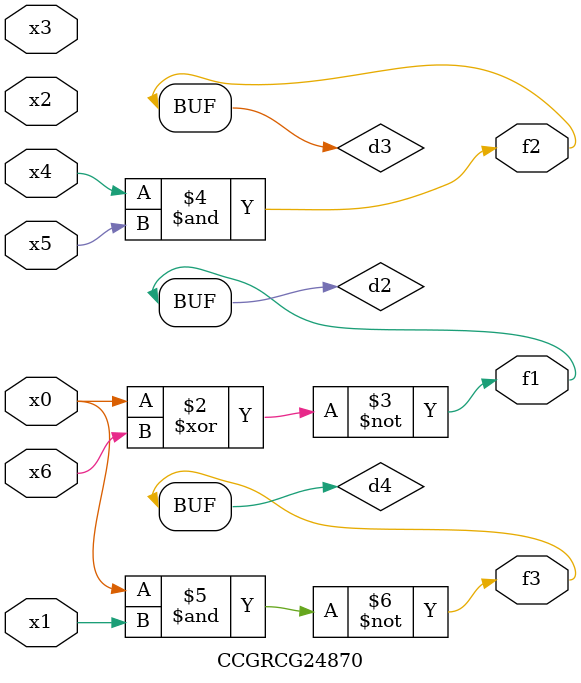
<source format=v>
module CCGRCG24870(
	input x0, x1, x2, x3, x4, x5, x6,
	output f1, f2, f3
);

	wire d1, d2, d3, d4;

	nor (d1, x0);
	xnor (d2, x0, x6);
	and (d3, x4, x5);
	nand (d4, x0, x1);
	assign f1 = d2;
	assign f2 = d3;
	assign f3 = d4;
endmodule

</source>
